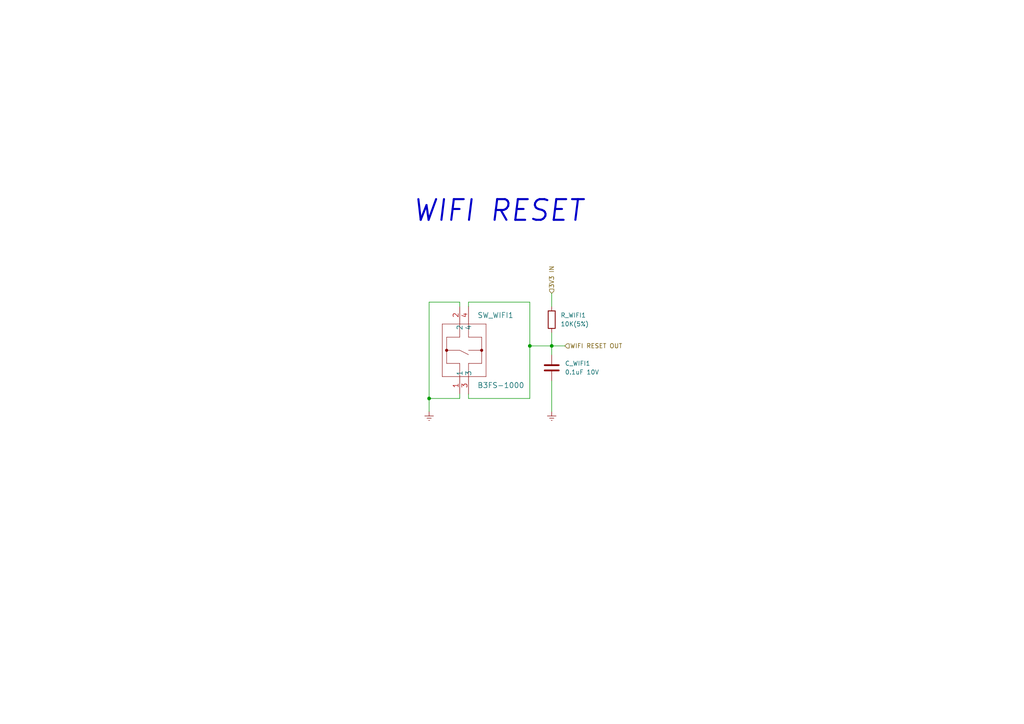
<source format=kicad_sch>
(kicad_sch (version 20211123) (generator eeschema)
  (paper "A4")
  (title_block (title "E-TKT") (date "2022-07-21") (rev "3") (company "Andrei Speridiao"))
  (lib_symbols
    (symbol "2022-07-12_23-59-33:B3FS-1000" (pin_names (offset 0.254))
      (property "Reference" "SW" (at 20.32 10.16 0))
      (property "Value" "B3FS-1000" (at 20.32 7.62 0))
      (symbol "B3FS-1000_1_1"
        (polyline (pts (xy 12.7 -7.62) (xy 27.94 -7.62)) (stroke (width 0.127)))
        (polyline (pts (xy 12.7 -2.54) (xy 16.51 -2.54)) (stroke (width 0.127)))
        (polyline (pts (xy 12.7 0) (xy 16.51 0)) (stroke (width 0.127)))
        (polyline (pts (xy 12.7 5.08) (xy 12.7 -7.62)) (stroke (width 0.127)))
        (polyline (pts (xy 16.51 -6.35) (xy 24.13 -6.35)) (stroke (width 0.127)))
        (polyline (pts (xy 16.51 -2.54) (xy 16.51 -6.35)) (stroke (width 0.127)))
        (polyline (pts (xy 16.51 0) (xy 16.51 3.81)) (stroke (width 0.127)))
        (polyline (pts (xy 20.32 -2.54) (xy 20.32 -6.35)) (stroke (width 0.127)))
        (polyline (pts (xy 20.32 0) (xy 19.05 -2.54)) (stroke (width 0.127)))
        (polyline (pts (xy 20.32 3.81) (xy 20.32 0)) (stroke (width 0.127)))
        (polyline (pts (xy 24.13 -6.35) (xy 24.13 -2.54)) (stroke (width 0.127)))
        (polyline (pts (xy 24.13 -2.54) (xy 27.94 -2.54)) (stroke (width 0.127)))
        (polyline (pts (xy 24.13 0) (xy 24.13 3.81)) (stroke (width 0.127)))
        (polyline (pts (xy 24.13 3.81) (xy 16.51 3.81)) (stroke (width 0.127)))
        (polyline (pts (xy 27.94 -7.62) (xy 27.94 5.08)) (stroke (width 0.127)))
        (polyline (pts (xy 27.94 0) (xy 24.13 0)) (stroke (width 0.127)))
        (polyline (pts (xy 27.94 5.08) (xy 12.7 5.08)) (stroke (width 0.127)))
        (arc (start 20.066 -6.35) (mid 20.574 -6.35) (end 20.066 -6.35) (stroke (width 0.381)))
        (arc (start 20.066 3.81) (mid 20.574 3.81) (end 20.066 3.81) (stroke (width 0.381)))
        (circle (center 20.32 -6.35) (radius 0.254) (stroke (width 0.381)))
        (circle (center 20.32 3.81) (radius 0.254) (stroke (width 0.381)))
        (pin unspecified line (at 7.62 0 0) (length 5) (name "1") (number "1"))
        (pin unspecified line (at 33.02 0 180) (length 5) (name "2") (number "2"))
        (pin unspecified line (at 7.62 -2.54 0) (length 5) (name "3") (number "3"))
        (pin unspecified line (at 33.02 -2.54 180) (length 5) (name "4") (number "4"))
      )
    )
    (symbol "Device:C" (pin_numbers hide) (pin_names (offset 0.254))
      (property "Reference" "C" (at 0.635 2.54 0))
      (property "Value" "C" (at 0.635 -2.54 0))
      (symbol "C_0_1"
        (polyline (pts (xy -2.032 -0.762) (xy 2.032 -0.762)) (stroke (width 0.508)))
        (polyline (pts (xy -2.032 0.762) (xy 2.032 0.762)) (stroke (width 0.508)))
      )
      (symbol "C_1_1"
        (pin passive line (at 0 3.81 270) (length 2.794) (name "~") (number "1"))
        (pin passive line (at 0 -3.81 90) (length 2.794) (name "~") (number "2"))
      )
    )
    (symbol "Device:R" (pin_numbers hide) (pin_names (offset 0))
      (property "Reference" "R" (at 2.032 0 90))
      (property "Value" "R" (at 0 0 90))
      (symbol "R_0_1"
        (rectangle (start -1.016 -2.54) (end 1.016 2.54) (stroke (width 0.254)))
      )
      (symbol "R_1_1"
        (pin passive line (at 0 3.81 270) (length 1.27) (name "~") (number "1"))
        (pin passive line (at 0 -3.81 90) (length 1.27) (name "~") (number "2"))
      )
    )
    (symbol "power:GNDREF" (power) (pin_names (offset 0))
      (property "Value" "GNDREF" (at 0 -3.81 0))
      (symbol "GNDREF_0_1"
        (polyline (pts (xy -0.635 -1.905) (xy 0.635 -1.905)))
        (polyline (pts (xy -0.127 -2.54) (xy 0.127 -2.54)))
        (polyline (pts (xy 0 -1.27) (xy 0 0)))
        (polyline (pts (xy 1.27 -1.27) (xy -1.27 -1.27)))
      )
      (symbol "GNDREF_1_1"
        (pin power_in line (at 0 0 270) (length 0) hide (name "GNDREF") (number "1"))
      )
    )
  )
  (junction (at 160.02 100.33))
  (junction (at 153.67 100.33))
  (junction (at 124.46 115.57))
  (wire (pts (xy 153.67 100.33) (xy 153.67 115.57)))
  (wire (pts (xy 124.46 115.57) (xy 133.35 115.57)))
  (wire (pts (xy 160.02 102.87) (xy 160.02 100.33)))
  (wire (pts (xy 133.35 87.63) (xy 133.35 88.9)))
  (wire (pts (xy 135.89 87.63) (xy 135.89 88.9)))
  (wire (pts (xy 153.67 100.33) (xy 160.02 100.33)))
  (wire (pts (xy 160.02 119.38) (xy 160.02 110.49)))
  (wire (pts (xy 160.02 100.33) (xy 163.83 100.33)))
  (wire (pts (xy 124.46 87.63) (xy 133.35 87.63)))
  (wire (pts (xy 133.35 115.57) (xy 133.35 114.3)))
  (wire (pts (xy 160.02 85.09) (xy 160.02 88.9)))
  (wire (pts (xy 124.46 87.63) (xy 124.46 115.57)))
  (wire (pts (xy 153.67 87.63) (xy 153.67 100.33)))
  (wire (pts (xy 135.89 115.57) (xy 135.89 114.3)))
  (wire (pts (xy 160.02 96.52) (xy 160.02 100.33)))
  (wire (pts (xy 135.89 87.63) (xy 153.67 87.63)))
  (wire (pts (xy 135.89 115.57) (xy 153.67 115.57)))
  (wire (pts (xy 124.46 115.57) (xy 124.46 119.38)))
  (text "WIFI RESET" (at 119.38 64.77 0) (effects (font (size 6 6) (thickness 0.6) bold italic) (justify left bottom)))
  (hierarchical_label "WIFI RESET OUT" (shape input) (at 163.83 100.33 0))
  (hierarchical_label "3V3 IN" (shape input) (at 160.02 85.09 90))
  (symbol (lib_id "2022-07-12_23-59-33:B3FS-1000") (at 133.35 121.92 90) (unit 1)
    (property "Reference" "SW_WIFI1" (at 138.43 91.44 90) (effects (font (size 1.524 1.524)) (justify right)))
    (property "Value" "B3FS-1000" (at 138.43 111.76 90) (effects (font (size 1.524 1.524)) (justify right)))
    (property "Footprint" "b3fs:B3FS-1000" (effects hide))
    (property "Datasheet" "https://br.mouser.com/datasheet/2/307/omron_B3FS-1189765.pdf" (effects hide))
    (property "#" "B3FS-1000" (effects hide))
    (property "Description" "Momentary switch" (effects hide))
    (property "Group" "Wifi" (effects hide))
    (property "Mouser" "OK" (effects hide))
  )
  (symbol (lib_id "Device:R") (at 160.02 92.71 180) (unit 1)
    (property "Reference" "R_WIFI1" (at 162.56 91.44 0) (effects (justify right)))
    (property "Value" "10K(5%)" (at 162.56 93.98 0) (effects (justify right)))
    (property "Footprint" "Resistor_SMD:R_0603_1608Metric_Pad0.98x0.95mm_HandSolder" (effects hide))
    (property "Datasheet" "https://br.mouser.com/datasheet/2/54/chp_a-1858677.pdf" (effects hide))
    (property "#" "CHP0603AFX-1002ELF" (effects hide))
    (property "Description" "Pullup" (effects hide))
    (property "Group" "Wifi" (effects hide))
    (property "Obs" "wes" (effects hide))
    (property "Mouser" "OK" (effects hide))
  )
  (symbol (lib_id "power:GNDREF") (at 160.02 119.38 0) (unit 1)
    (property "Reference" "#PWR0158" (effects hide))
    (property "Value" "GNDREF" (effects hide))
  )
  (symbol (lib_id "power:GNDREF") (at 124.46 119.38 0) (unit 1)
    (property "Reference" "#PWR0122" (effects hide))
    (property "Value" "GNDREF" (effects hide))
  )
  (symbol (lib_id "Device:C") (at 160.02 106.68 180) (unit 1)
    (property "Reference" "C_WIFI1" (at 163.83 105.41 0) (effects (justify right)))
    (property "Value" "0.1uF 10V" (at 163.83 107.95 0) (effects (justify right)))
    (property "Footprint" "Capacitor_SMD:C_0603_1608Metric_Pad1.08x0.95mm_HandSolder" (effects hide))
    (property "Datasheet" "https://product.tdk.com/system/files/dam/doc/product/capacitor/ceramic/mlcc/catalog/mlcc_automotive_general_en.pdf?ref_disty=mouser" (effects hide))
    (property "#" "CGA3E2X7R1H104K080AA" (effects hide))
    (property "Description" "Debounce" (effects hide))
    (property "Group" "Wifi" (effects hide))
    (property "Mouser" "OK" (effects hide))
  )
)
</source>
